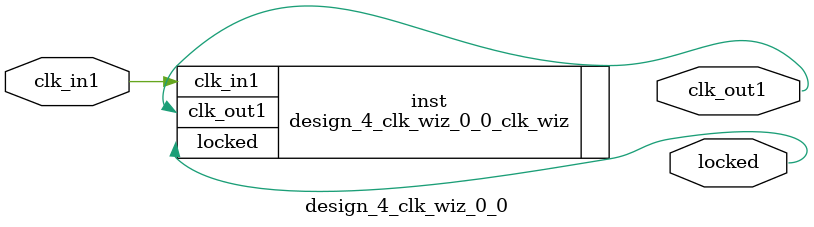
<source format=v>


`timescale 1ps/1ps

(* CORE_GENERATION_INFO = "design_4_clk_wiz_0_0,clk_wiz_v6_0_5_0_0,{component_name=design_4_clk_wiz_0_0,use_phase_alignment=true,use_min_o_jitter=false,use_max_i_jitter=false,use_dyn_phase_shift=false,use_inclk_switchover=false,use_dyn_reconfig=false,enable_axi=0,feedback_source=FDBK_AUTO,PRIMITIVE=MMCM,num_out_clk=1,clkin1_period=8.000,clkin2_period=10.000,use_power_down=false,use_reset=false,use_locked=true,use_inclk_stopped=false,feedback_type=SINGLE,CLOCK_MGR_TYPE=NA,manual_override=false}" *)

module design_4_clk_wiz_0_0 
 (
  // Clock out ports
  output        clk_out1,
  // Status and control signals
  output        locked,
 // Clock in ports
  input         clk_in1
 );

  design_4_clk_wiz_0_0_clk_wiz inst
  (
  // Clock out ports  
  .clk_out1(clk_out1),
  // Status and control signals               
  .locked(locked),
 // Clock in ports
  .clk_in1(clk_in1)
  );

endmodule

</source>
